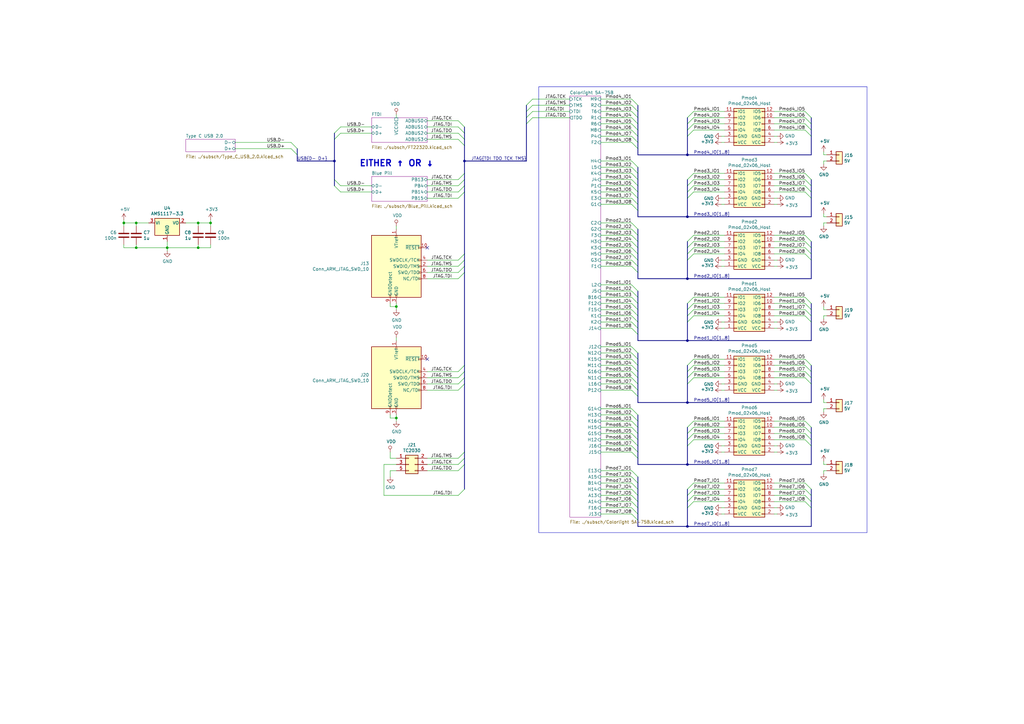
<source format=kicad_sch>
(kicad_sch (version 20220104) (generator eeschema)
  (paper "A3")
  (title_block (title "Chubby Hat") (date "2020-08-29") (rev "v0.1") (comment 1 "https://github.com/cyber-murmel/chubby-hat"))
  (junction (at 281.94 114.3))
  (junction (at 162.56 125.73))
  (junction (at 281.94 139.7))
  (junction (at 162.56 171.45))
  (junction (at 55.88 101.6))
  (junction (at 81.28 91.44))
  (junction (at 68.58 101.6))
  (junction (at 281.94 88.9))
  (junction (at 86.36 91.44))
  (junction (at 281.94 63.5))
  (junction (at 281.94 215.9))
  (junction (at 81.28 101.6))
  (junction (at 50.8 91.44))
  (junction (at 281.94 190.5))
  (junction (at 281.94 165.1))
  (junction (at 55.88 91.44))
  (junction (at 137.16 66.04))
  (junction (at 190.5 66.04))
  (no_connect (at 175.26 147.32))
  (no_connect (at 175.26 101.6))
  (bus_entry (at 259.08 106.68) (size 2.54 2.54) (stroke (width 0.1524)))
  (bus_entry (at 330.2 121.92) (size 2.54 2.54) (stroke (width 0.1524)))
  (bus_entry (at 259.08 144.78) (size 2.54 2.54) (stroke (width 0.1524)))
  (bus_entry (at 139.7 52.07) (size -2.54 2.54) (stroke (width 0.1524)))
  (bus_entry (at 284.48 78.74) (size -2.54 2.54) (stroke (width 0.1524)))
  (bus_entry (at 284.48 205.74) (size -2.54 2.54) (stroke (width 0.1524)))
  (bus_entry (at 259.08 93.98) (size 2.54 2.54) (stroke (width 0.1524)))
  (bus_entry (at 121.92 63.5) (size -2.54 -2.54) (stroke (width 0.1524)))
  (bus_entry (at 330.2 152.4) (size 2.54 2.54) (stroke (width 0.1524)))
  (bus_entry (at 215.9 43.18) (size 2.54 -2.54) (stroke (width 0.1524)))
  (bus_entry (at 284.48 99.06) (size -2.54 2.54) (stroke (width 0.1524)))
  (bus_entry (at 259.08 185.42) (size 2.54 2.54) (stroke (width 0.1524)))
  (bus_entry (at 284.48 121.92) (size -2.54 2.54) (stroke (width 0.1524)))
  (bus_entry (at 330.2 200.66) (size 2.54 2.54) (stroke (width 0.1524)))
  (bus_entry (at 330.2 99.06) (size 2.54 2.54) (stroke (width 0.1524)))
  (bus_entry (at 187.96 152.4) (size 2.54 -2.54) (stroke (width 0.1524)))
  (bus_entry (at 259.08 180.34) (size 2.54 2.54) (stroke (width 0.1524)))
  (bus_entry (at 187.96 160.02) (size 2.54 -2.54) (stroke (width 0.1524)))
  (bus_entry (at 259.08 152.4) (size 2.54 2.54) (stroke (width 0.1524)))
  (bus_entry (at 261.62 53.34) (size -2.54 -2.54) (stroke (width 0.1524)))
  (bus_entry (at 284.48 96.52) (size -2.54 2.54) (stroke (width 0.1524)))
  (bus_entry (at 259.08 104.14) (size 2.54 2.54) (stroke (width 0.1524)))
  (bus_entry (at 259.08 157.48) (size 2.54 2.54) (stroke (width 0.1524)))
  (bus_entry (at 261.62 50.8) (size -2.54 -2.54) (stroke (width 0.1524)))
  (bus_entry (at 187.96 49.53) (size 2.54 2.54) (stroke (width 0.1524)))
  (bus_entry (at 187.96 76.2) (size 2.54 -2.54) (stroke (width 0.1524)))
  (bus_entry (at 259.08 78.74) (size 2.54 2.54) (stroke (width 0.1524)))
  (bus_entry (at 259.08 132.08) (size 2.54 2.54) (stroke (width 0.1524)))
  (bus_entry (at 259.08 68.58) (size 2.54 2.54) (stroke (width 0.1524)))
  (bus_entry (at 284.48 101.6) (size -2.54 2.54) (stroke (width 0.1524)))
  (bus_entry (at 259.08 154.94) (size 2.54 2.54) (stroke (width 0.1524)))
  (bus_entry (at 187.96 187.96) (size 2.54 -2.54) (stroke (width 0.1524)))
  (bus_entry (at 137.16 73.66) (size 2.54 2.54) (stroke (width 0.1524)))
  (bus_entry (at 259.08 160.02) (size 2.54 2.54) (stroke (width 0.1524)))
  (bus_entry (at 259.08 195.58) (size 2.54 2.54) (stroke (width 0.1524)))
  (bus_entry (at 281.94 48.26) (size 2.54 -2.54) (stroke (width 0.1524)))
  (bus_entry (at 187.96 154.94) (size 2.54 -2.54) (stroke (width 0.1524)))
  (bus_entry (at 259.08 175.26) (size 2.54 2.54) (stroke (width 0.1524)))
  (bus_entry (at 259.08 200.66) (size 2.54 2.54) (stroke (width 0.1524)))
  (bus_entry (at 330.2 71.12) (size 2.54 2.54) (stroke (width 0.1524)))
  (bus_entry (at 259.08 96.52) (size 2.54 2.54) (stroke (width 0.1524)))
  (bus_entry (at 187.96 54.61) (size 2.54 2.54) (stroke (width 0.1524)))
  (bus_entry (at 330.2 104.14) (size 2.54 2.54) (stroke (width 0.1524)))
  (bus_entry (at 284.48 203.2) (size -2.54 2.54) (stroke (width 0.1524)))
  (bus_entry (at 259.08 83.82) (size 2.54 2.54) (stroke (width 0.1524)))
  (bus_entry (at 330.2 76.2) (size 2.54 2.54) (stroke (width 0.1524)))
  (bus_entry (at 259.08 129.54) (size 2.54 2.54) (stroke (width 0.1524)))
  (bus_entry (at 284.48 73.66) (size -2.54 2.54) (stroke (width 0.1524)))
  (bus_entry (at 259.08 124.46) (size 2.54 2.54) (stroke (width 0.1524)))
  (bus_entry (at 259.08 66.04) (size 2.54 2.54) (stroke (width 0.1524)))
  (bus_entry (at 259.08 170.18) (size 2.54 2.54) (stroke (width 0.1524)))
  (bus_entry (at 330.2 177.8) (size 2.54 2.54) (stroke (width 0.1524)))
  (bus_entry (at 259.08 76.2) (size 2.54 2.54) (stroke (width 0.1524)))
  (bus_entry (at 187.96 106.68) (size 2.54 -2.54) (stroke (width 0.1524)))
  (bus_entry (at 284.48 149.86) (size -2.54 2.54) (stroke (width 0.1524)))
  (bus_entry (at 259.08 149.86) (size 2.54 2.54) (stroke (width 0.1524)))
  (bus_entry (at 187.96 81.28) (size 2.54 -2.54) (stroke (width 0.1524)))
  (bus_entry (at 284.48 175.26) (size -2.54 2.54) (stroke (width 0.1524)))
  (bus_entry (at 284.48 180.34) (size -2.54 2.54) (stroke (width 0.1524)))
  (bus_entry (at 330.2 147.32) (size 2.54 2.54) (stroke (width 0.1524)))
  (bus_entry (at 284.48 200.66) (size -2.54 2.54) (stroke (width 0.1524)))
  (bus_entry (at 259.08 167.64) (size 2.54 2.54) (stroke (width 0.1524)))
  (bus_entry (at 330.2 198.12) (size 2.54 2.54) (stroke (width 0.1524)))
  (bus_entry (at 332.74 48.26) (size -2.54 -2.54) (stroke (width 0.1524)))
  (bus_entry (at 187.96 114.3) (size 2.54 -2.54) (stroke (width 0.1524)))
  (bus_entry (at 259.08 81.28) (size 2.54 2.54) (stroke (width 0.1524)))
  (bus_entry (at 259.08 182.88) (size 2.54 2.54) (stroke (width 0.1524)))
  (bus_entry (at 330.2 127) (size 2.54 2.54) (stroke (width 0.1524)))
  (bus_entry (at 187.96 109.22) (size 2.54 -2.54) (stroke (width 0.1524)))
  (bus_entry (at 259.08 198.12) (size 2.54 2.54) (stroke (width 0.1524)))
  (bus_entry (at 259.08 91.44) (size 2.54 2.54) (stroke (width 0.1524)))
  (bus_entry (at 215.9 45.72) (size 2.54 -2.54) (stroke (width 0.1524)))
  (bus_entry (at 284.48 127) (size -2.54 2.54) (stroke (width 0.1524)))
  (bus_entry (at 259.08 73.66) (size 2.54 2.54) (stroke (width 0.1524)))
  (bus_entry (at 330.2 96.52) (size 2.54 2.54) (stroke (width 0.1524)))
  (bus_entry (at 330.2 129.54) (size 2.54 2.54) (stroke (width 0.1524)))
  (bus_entry (at 261.62 60.96) (size -2.54 -2.54) (stroke (width 0.1524)))
  (bus_entry (at 259.08 172.72) (size 2.54 2.54) (stroke (width 0.1524)))
  (bus_entry (at 284.48 76.2) (size -2.54 2.54) (stroke (width 0.1524)))
  (bus_entry (at 259.08 134.62) (size 2.54 2.54) (stroke (width 0.1524)))
  (bus_entry (at 259.08 193.04) (size 2.54 2.54) (stroke (width 0.1524)))
  (bus_entry (at 284.48 172.72) (size -2.54 2.54) (stroke (width 0.1524)))
  (bus_entry (at 187.96 111.76) (size 2.54 -2.54) (stroke (width 0.1524)))
  (bus_entry (at 187.96 203.2) (size 2.54 -2.54) (stroke (width 0.1524)))
  (bus_entry (at 187.96 52.07) (size 2.54 2.54) (stroke (width 0.1524)))
  (bus_entry (at 330.2 154.94) (size 2.54 2.54) (stroke (width 0.1524)))
  (bus_entry (at 187.96 193.04) (size 2.54 -2.54) (stroke (width 0.1524)))
  (bus_entry (at 259.08 116.84) (size 2.54 2.54) (stroke (width 0.1524)))
  (bus_entry (at 187.96 73.66) (size 2.54 -2.54) (stroke (width 0.1524)))
  (bus_entry (at 259.08 121.92) (size 2.54 2.54) (stroke (width 0.1524)))
  (bus_entry (at 284.48 154.94) (size -2.54 2.54) (stroke (width 0.1524)))
  (bus_entry (at 281.94 55.88) (size 2.54 -2.54) (stroke (width 0.1524)))
  (bus_entry (at 332.74 55.88) (size -2.54 -2.54) (stroke (width 0.1524)))
  (bus_entry (at 139.7 54.61) (size -2.54 2.54) (stroke (width 0.1524)))
  (bus_entry (at 284.48 104.14) (size -2.54 2.54) (stroke (width 0.1524)))
  (bus_entry (at 259.08 177.8) (size 2.54 2.54) (stroke (width 0.1524)))
  (bus_entry (at 330.2 101.6) (size 2.54 2.54) (stroke (width 0.1524)))
  (bus_entry (at 187.96 57.15) (size 2.54 2.54) (stroke (width 0.1524)))
  (bus_entry (at 330.2 149.86) (size 2.54 2.54) (stroke (width 0.1524)))
  (bus_entry (at 261.62 43.18) (size -2.54 -2.54) (stroke (width 0.1524)))
  (bus_entry (at 330.2 172.72) (size 2.54 2.54) (stroke (width 0.1524)))
  (bus_entry (at 259.08 71.12) (size 2.54 2.54) (stroke (width 0.1524)))
  (bus_entry (at 330.2 180.34) (size 2.54 2.54) (stroke (width 0.1524)))
  (bus_entry (at 259.08 127) (size 2.54 2.54) (stroke (width 0.1524)))
  (bus_entry (at 284.48 152.4) (size -2.54 2.54) (stroke (width 0.1524)))
  (bus_entry (at 259.08 205.74) (size 2.54 2.54) (stroke (width 0.1524)))
  (bus_entry (at 259.08 142.24) (size 2.54 2.54) (stroke (width 0.1524)))
  (bus_entry (at 187.96 190.5) (size 2.54 -2.54) (stroke (width 0.1524)))
  (bus_entry (at 215.9 50.8) (size 2.54 -2.54) (stroke (width 0.1524)))
  (bus_entry (at 259.08 119.38) (size 2.54 2.54) (stroke (width 0.1524)))
  (bus_entry (at 187.96 157.48) (size 2.54 -2.54) (stroke (width 0.1524)))
  (bus_entry (at 259.08 147.32) (size 2.54 2.54) (stroke (width 0.1524)))
  (bus_entry (at 261.62 58.42) (size -2.54 -2.54) (stroke (width 0.1524)))
  (bus_entry (at 284.48 147.32) (size -2.54 2.54) (stroke (width 0.1524)))
  (bus_entry (at 261.62 45.72) (size -2.54 -2.54) (stroke (width 0.1524)))
  (bus_entry (at 330.2 78.74) (size 2.54 2.54) (stroke (width 0.1524)))
  (bus_entry (at 261.62 48.26) (size -2.54 -2.54) (stroke (width 0.1524)))
  (bus_entry (at 281.94 53.34) (size 2.54 -2.54) (stroke (width 0.1524)))
  (bus_entry (at 330.2 124.46) (size 2.54 2.54) (stroke (width 0.1524)))
  (bus_entry (at 259.08 99.06) (size 2.54 2.54) (stroke (width 0.1524)))
  (bus_entry (at 332.74 53.34) (size -2.54 -2.54) (stroke (width 0.1524)))
  (bus_entry (at 284.48 71.12) (size -2.54 2.54) (stroke (width 0.1524)))
  (bus_entry (at 284.48 177.8) (size -2.54 2.54) (stroke (width 0.1524)))
  (bus_entry (at 215.9 48.26) (size 2.54 -2.54) (stroke (width 0.1524)))
  (bus_entry (at 261.62 55.88) (size -2.54 -2.54) (stroke (width 0.1524)))
  (bus_entry (at 137.16 76.2) (size 2.54 2.54) (stroke (width 0.1524)))
  (bus_entry (at 259.08 210.82) (size 2.54 2.54) (stroke (width 0.1524)))
  (bus_entry (at 330.2 203.2) (size 2.54 2.54) (stroke (width 0.1524)))
  (bus_entry (at 284.48 198.12) (size -2.54 2.54) (stroke (width 0.1524)))
  (bus_entry (at 284.48 129.54) (size -2.54 2.54) (stroke (width 0.1524)))
  (bus_entry (at 259.08 203.2) (size 2.54 2.54) (stroke (width 0.1524)))
  (bus_entry (at 281.94 50.8) (size 2.54 -2.54) (stroke (width 0.1524)))
  (bus_entry (at 330.2 205.74) (size 2.54 2.54) (stroke (width 0.1524)))
  (bus_entry (at 332.74 50.8) (size -2.54 -2.54) (stroke (width 0.1524)))
  (bus_entry (at 187.96 78.74) (size 2.54 -2.54) (stroke (width 0.1524)))
  (bus_entry (at 259.08 208.28) (size 2.54 2.54) (stroke (width 0.1524)))
  (bus_entry (at 330.2 73.66) (size 2.54 2.54) (stroke (width 0.1524)))
  (bus_entry (at 259.08 109.22) (size 2.54 2.54) (stroke (width 0.1524)))
  (bus_entry (at 259.08 101.6) (size 2.54 2.54) (stroke (width 0.1524)))
  (bus_entry (at 330.2 175.26) (size 2.54 2.54) (stroke (width 0.1524)))
  (bus_entry (at 121.92 60.96) (size -2.54 -2.54) (stroke (width 0.1524)))
  (bus_entry (at 284.48 124.46) (size -2.54 2.54) (stroke (width 0.1524)))
  (wire (pts (xy 297.18 129.54) (xy 284.48 129.54)))
  (bus (pts (xy 261.62 210.82) (xy 261.62 213.36)))
  (bus (pts (xy 261.62 83.82) (xy 261.62 86.36)))
  (bus (pts (xy 261.62 205.74) (xy 261.62 208.28)))
  (bus (pts (xy 137.16 54.61) (xy 137.16 57.15)))
  (wire (pts (xy 246.38 167.64) (xy 259.08 167.64)))
  (wire (pts (xy 157.48 190.5) (xy 162.56 190.5)))
  (wire (pts (xy 317.5 180.34) (xy 330.2 180.34)))
  (bus (pts (xy 261.62 185.42) (xy 261.62 187.96)))
  (bus (pts (xy 332.74 101.6) (xy 332.74 104.14)))
  (wire (pts (xy 246.38 157.48) (xy 259.08 157.48)))
  (wire (pts (xy 317.5 45.72) (xy 330.2 45.72)))
  (wire (pts (xy 297.18 50.8) (xy 284.48 50.8)))
  (bus (pts (xy 332.74 200.66) (xy 332.74 203.2)))
  (bus (pts (xy 190.5 149.86) (xy 190.5 152.4)))
  (wire (pts (xy 160.02 193.04) (xy 162.56 193.04)))
  (wire (pts (xy 162.56 171.45) (xy 162.56 170.18)))
  (wire (pts (xy 317.5 203.2) (xy 330.2 203.2)))
  (bus (pts (xy 121.92 66.04) (xy 137.16 66.04)))
  (wire (pts (xy 317.5 132.08) (xy 318.77 132.08)))
  (wire (pts (xy 246.38 109.22) (xy 259.08 109.22)))
  (wire (pts (xy 160.02 170.18) (xy 160.02 171.45)))
  (wire (pts (xy 246.38 104.14) (xy 259.08 104.14)))
  (wire (pts (xy 317.5 81.28) (xy 318.77 81.28)))
  (wire (pts (xy 337.82 63.5) (xy 339.09 63.5)))
  (wire (pts (xy 317.5 200.66) (xy 330.2 200.66)))
  (wire (pts (xy 175.26 157.48) (xy 187.96 157.48)))
  (wire (pts (xy 317.5 109.22) (xy 318.77 109.22)))
  (bus (pts (xy 281.94 101.6) (xy 281.94 104.14)))
  (bus (pts (xy 332.74 203.2) (xy 332.74 205.74)))
  (bus (pts (xy 281.94 124.46) (xy 281.94 127)))
  (bus (pts (xy 261.62 101.6) (xy 261.62 104.14)))
  (bus (pts (xy 261.62 165.1) (xy 281.94 165.1)))
  (wire (pts (xy 68.58 101.6) (xy 68.58 102.87)))
  (bus (pts (xy 281.94 76.2) (xy 281.94 78.74)))
  (wire (pts (xy 160.02 171.45) (xy 162.56 171.45)))
  (bus (pts (xy 261.62 68.58) (xy 261.62 71.12)))
  (wire (pts (xy 246.38 40.64) (xy 259.08 40.64)))
  (bus (pts (xy 332.74 48.26) (xy 332.74 50.8)))
  (wire (pts (xy 246.38 149.86) (xy 259.08 149.86)))
  (wire (pts (xy 50.8 91.44) (xy 55.88 91.44)))
  (wire (pts (xy 317.5 78.74) (xy 330.2 78.74)))
  (bus (pts (xy 332.74 175.26) (xy 332.74 177.8)))
  (wire (pts (xy 317.5 106.68) (xy 318.77 106.68)))
  (wire (pts (xy 68.58 101.6) (xy 81.28 101.6)))
  (wire (pts (xy 337.82 66.04) (xy 337.82 67.31)))
  (wire (pts (xy 175.26 57.15) (xy 187.96 57.15)))
  (bus (pts (xy 281.94 152.4) (xy 281.94 154.94)))
  (wire (pts (xy 317.5 152.4) (xy 330.2 152.4)))
  (bus (pts (xy 261.62 60.96) (xy 261.62 63.5)))
  (wire (pts (xy 246.38 68.58) (xy 259.08 68.58)))
  (wire (pts (xy 295.91 132.08) (xy 297.18 132.08)))
  (wire (pts (xy 76.2 91.44) (xy 81.28 91.44)))
  (bus (pts (xy 281.94 48.26) (xy 281.94 50.8)))
  (wire (pts (xy 337.82 125.73) (xy 337.82 127)))
  (wire (pts (xy 246.38 203.2) (xy 259.08 203.2)))
  (wire (pts (xy 295.91 81.28) (xy 297.18 81.28)))
  (wire (pts (xy 157.48 203.2) (xy 187.96 203.2)))
  (bus (pts (xy 332.74 129.54) (xy 332.74 132.08)))
  (bus (pts (xy 261.62 172.72) (xy 261.62 175.26)))
  (bus (pts (xy 281.94 177.8) (xy 281.94 180.34)))
  (bus (pts (xy 261.62 121.92) (xy 261.62 124.46)))
  (wire (pts (xy 297.18 200.66) (xy 284.48 200.66)))
  (wire (pts (xy 246.38 180.34) (xy 259.08 180.34)))
  (bus (pts (xy 190.5 73.66) (xy 190.5 76.2)))
  (wire (pts (xy 86.36 101.6) (xy 86.36 100.33)))
  (wire (pts (xy 246.38 78.74) (xy 259.08 78.74)))
  (bus (pts (xy 332.74 127) (xy 332.74 129.54)))
  (wire (pts (xy 297.18 53.34) (xy 284.48 53.34)))
  (bus (pts (xy 261.62 152.4) (xy 261.62 154.94)))
  (wire (pts (xy 246.38 116.84) (xy 259.08 116.84)))
  (wire (pts (xy 246.38 93.98) (xy 259.08 93.98)))
  (wire (pts (xy 160.02 185.42) (xy 160.02 187.96)))
  (wire (pts (xy 295.91 58.42) (xy 297.18 58.42)))
  (wire (pts (xy 50.8 100.33) (xy 50.8 101.6)))
  (wire (pts (xy 297.18 149.86) (xy 284.48 149.86)))
  (wire (pts (xy 246.38 147.32) (xy 259.08 147.32)))
  (wire (pts (xy 246.38 142.24) (xy 259.08 142.24)))
  (wire (pts (xy 317.5 121.92) (xy 330.2 121.92)))
  (wire (pts (xy 175.26 49.53) (xy 187.96 49.53)))
  (bus (pts (xy 190.5 52.07) (xy 190.5 54.61)))
  (wire (pts (xy 337.82 189.23) (xy 337.82 190.5)))
  (wire (pts (xy 218.44 40.64) (xy 233.68 40.64)))
  (bus (pts (xy 190.5 157.48) (xy 190.5 185.42)))
  (wire (pts (xy 337.82 193.04) (xy 337.82 194.31)))
  (wire (pts (xy 139.7 54.61) (xy 152.4 54.61)))
  (wire (pts (xy 297.18 124.46) (xy 284.48 124.46)))
  (wire (pts (xy 246.38 101.6) (xy 259.08 101.6)))
  (bus (pts (xy 261.62 99.06) (xy 261.62 101.6)))
  (bus (pts (xy 261.62 73.66) (xy 261.62 76.2)))
  (wire (pts (xy 175.26 78.74) (xy 187.96 78.74)))
  (bus (pts (xy 281.94 175.26) (xy 281.94 177.8)))
  (bus (pts (xy 281.94 106.68) (xy 281.94 114.3)))
  (wire (pts (xy 246.38 91.44) (xy 259.08 91.44)))
  (bus (pts (xy 281.94 55.88) (xy 281.94 63.5)))
  (wire (pts (xy 246.38 210.82) (xy 259.08 210.82)))
  (wire (pts (xy 317.5 198.12) (xy 330.2 198.12)))
  (bus (pts (xy 261.62 180.34) (xy 261.62 182.88)))
  (wire (pts (xy 175.26 76.2) (xy 187.96 76.2)))
  (polyline (pts (xy 220.98 35.56) (xy 220.98 218.44)) (stroke (width 0.152) (type solid)))
  (bus (pts (xy 332.74 149.86) (xy 332.74 152.4)))
  (wire (pts (xy 246.38 152.4) (xy 259.08 152.4)))
  (wire (pts (xy 160.02 193.04) (xy 160.02 195.58)))
  (bus (pts (xy 281.94 99.06) (xy 281.94 101.6)))
  (bus (pts (xy 281.94 114.3) (xy 261.62 114.3)))
  (wire (pts (xy 317.5 147.32) (xy 330.2 147.32)))
  (bus (pts (xy 261.62 71.12) (xy 261.62 73.66)))
  (wire (pts (xy 337.82 66.04) (xy 339.09 66.04)))
  (bus (pts (xy 281.94 63.5) (xy 261.62 63.5)))
  (bus (pts (xy 281.94 88.9) (xy 332.74 88.9)))
  (bus (pts (xy 281.94 215.9) (xy 261.62 215.9)))
  (wire (pts (xy 297.18 48.26) (xy 284.48 48.26)))
  (bus (pts (xy 261.62 55.88) (xy 261.62 58.42)))
  (wire (pts (xy 297.18 71.12) (xy 284.48 71.12)))
  (wire (pts (xy 295.91 83.82) (xy 297.18 83.82)))
  (wire (pts (xy 50.8 92.71) (xy 50.8 91.44)))
  (bus (pts (xy 137.16 57.15) (xy 137.16 66.04)))
  (bus (pts (xy 261.62 198.12) (xy 261.62 200.66)))
  (wire (pts (xy 295.91 134.62) (xy 297.18 134.62)))
  (bus (pts (xy 281.94 81.28) (xy 281.94 88.9)))
  (wire (pts (xy 246.38 172.72) (xy 259.08 172.72)))
  (wire (pts (xy 86.36 90.17) (xy 86.36 91.44)))
  (wire (pts (xy 295.91 106.68) (xy 297.18 106.68)))
  (wire (pts (xy 295.91 182.88) (xy 297.18 182.88)))
  (wire (pts (xy 295.91 208.28) (xy 297.18 208.28)))
  (bus (pts (xy 190.5 111.76) (xy 190.5 149.86)))
  (wire (pts (xy 175.26 193.04) (xy 187.96 193.04)))
  (wire (pts (xy 55.88 91.44) (xy 60.96 91.44)))
  (wire (pts (xy 86.36 91.44) (xy 86.36 92.71)))
  (wire (pts (xy 246.38 96.52) (xy 259.08 96.52)))
  (wire (pts (xy 246.38 193.04) (xy 259.08 193.04)))
  (wire (pts (xy 317.5 76.2) (xy 330.2 76.2)))
  (wire (pts (xy 297.18 175.26) (xy 284.48 175.26)))
  (bus (pts (xy 281.94 63.5) (xy 332.74 63.5)))
  (bus (pts (xy 261.62 119.38) (xy 261.62 121.92)))
  (bus (pts (xy 261.62 106.68) (xy 261.62 109.22)))
  (wire (pts (xy 162.56 125.73) (xy 162.56 124.46)))
  (bus (pts (xy 121.92 63.5) (xy 121.92 66.04)))
  (wire (pts (xy 175.26 73.66) (xy 187.96 73.66)))
  (wire (pts (xy 175.26 111.76) (xy 187.96 111.76)))
  (wire (pts (xy 246.38 208.28) (xy 259.08 208.28)))
  (wire (pts (xy 139.7 76.2) (xy 152.4 76.2)))
  (wire (pts (xy 162.56 92.71) (xy 162.56 93.98)))
  (wire (pts (xy 175.26 187.96) (xy 187.96 187.96)))
  (bus (pts (xy 261.62 129.54) (xy 261.62 132.08)))
  (wire (pts (xy 297.18 45.72) (xy 284.48 45.72)))
  (wire (pts (xy 317.5 134.62) (xy 318.77 134.62)))
  (bus (pts (xy 332.74 55.88) (xy 332.74 63.5)))
  (wire (pts (xy 297.18 198.12) (xy 284.48 198.12)))
  (wire (pts (xy 50.8 101.6) (xy 55.88 101.6)))
  (wire (pts (xy 96.52 58.42) (xy 119.38 58.42)))
  (wire (pts (xy 317.5 55.88) (xy 318.77 55.88)))
  (bus (pts (xy 215.9 43.18) (xy 215.9 45.72)))
  (wire (pts (xy 246.38 205.74) (xy 259.08 205.74)))
  (bus (pts (xy 281.94 127) (xy 281.94 129.54)))
  (wire (pts (xy 55.88 101.6) (xy 68.58 101.6)))
  (bus (pts (xy 215.9 48.26) (xy 215.9 50.8)))
  (bus (pts (xy 190.5 106.68) (xy 190.5 109.22)))
  (bus (pts (xy 281.94 132.08) (xy 281.94 139.7)))
  (wire (pts (xy 246.38 83.82) (xy 259.08 83.82)))
  (wire (pts (xy 317.5 154.94) (xy 330.2 154.94)))
  (bus (pts (xy 261.62 93.98) (xy 261.62 96.52)))
  (wire (pts (xy 297.18 154.94) (xy 284.48 154.94)))
  (bus (pts (xy 190.5 154.94) (xy 190.5 157.48)))
  (bus (pts (xy 261.62 162.56) (xy 261.62 165.1)))
  (wire (pts (xy 246.38 185.42) (xy 259.08 185.42)))
  (bus (pts (xy 261.62 86.36) (xy 261.62 88.9)))
  (wire (pts (xy 337.82 91.44) (xy 337.82 92.71)))
  (bus (pts (xy 261.62 58.42) (xy 261.62 60.96)))
  (bus (pts (xy 261.62 170.18) (xy 261.62 172.72)))
  (polyline (pts (xy 355.6 218.44) (xy 355.6 35.56)) (stroke (width 0.152) (type solid)))
  (wire (pts (xy 317.5 160.02) (xy 318.77 160.02)))
  (wire (pts (xy 246.38 66.04) (xy 259.08 66.04)))
  (bus (pts (xy 261.62 182.88) (xy 261.62 185.42)))
  (wire (pts (xy 297.18 172.72) (xy 284.48 172.72)))
  (wire (pts (xy 246.38 170.18) (xy 259.08 170.18)))
  (bus (pts (xy 281.94 157.48) (xy 281.94 165.1)))
  (wire (pts (xy 317.5 101.6) (xy 330.2 101.6)))
  (bus (pts (xy 190.5 59.69) (xy 190.5 66.04)))
  (wire (pts (xy 81.28 101.6) (xy 81.28 100.33)))
  (wire (pts (xy 246.38 71.12) (xy 259.08 71.12)))
  (wire (pts (xy 175.26 114.3) (xy 187.96 114.3)))
  (wire (pts (xy 175.26 154.94) (xy 187.96 154.94)))
  (wire (pts (xy 175.26 106.68) (xy 187.96 106.68)))
  (wire (pts (xy 246.38 43.18) (xy 259.08 43.18)))
  (wire (pts (xy 317.5 208.28) (xy 318.77 208.28)))
  (bus (pts (xy 190.5 76.2) (xy 190.5 78.74)))
  (wire (pts (xy 246.38 198.12) (xy 259.08 198.12)))
  (wire (pts (xy 246.38 48.26) (xy 259.08 48.26)))
  (bus (pts (xy 137.16 73.66) (xy 137.16 76.2)))
  (wire (pts (xy 160.02 187.96) (xy 162.56 187.96)))
  (wire (pts (xy 81.28 101.6) (xy 86.36 101.6)))
  (wire (pts (xy 337.82 193.04) (xy 339.09 193.04)))
  (wire (pts (xy 162.56 171.45) (xy 162.56 172.72)))
  (wire (pts (xy 297.18 121.92) (xy 284.48 121.92)))
  (wire (pts (xy 337.82 165.1) (xy 339.09 165.1)))
  (wire (pts (xy 337.82 129.54) (xy 339.09 129.54)))
  (wire (pts (xy 246.38 175.26) (xy 259.08 175.26)))
  (wire (pts (xy 297.18 76.2) (xy 284.48 76.2)))
  (bus (pts (xy 261.62 208.28) (xy 261.62 210.82)))
  (wire (pts (xy 246.38 144.78) (xy 259.08 144.78)))
  (wire (pts (xy 317.5 124.46) (xy 330.2 124.46)))
  (wire (pts (xy 246.38 81.28) (xy 259.08 81.28)))
  (wire (pts (xy 139.7 78.74) (xy 152.4 78.74)))
  (bus (pts (xy 261.62 50.8) (xy 261.62 53.34)))
  (bus (pts (xy 261.62 175.26) (xy 261.62 177.8)))
  (bus (pts (xy 281.94 200.66) (xy 281.94 203.2)))
  (bus (pts (xy 261.62 45.72) (xy 261.62 48.26)))
  (bus (pts (xy 261.62 48.26) (xy 261.62 50.8)))
  (bus (pts (xy 281.94 180.34) (xy 281.94 182.88)))
  (bus (pts (xy 281.94 88.9) (xy 261.62 88.9)))
  (wire (pts (xy 246.38 76.2) (xy 259.08 76.2)))
  (wire (pts (xy 297.18 127) (xy 284.48 127)))
  (wire (pts (xy 295.91 185.42) (xy 297.18 185.42)))
  (bus (pts (xy 261.62 53.34) (xy 261.62 55.88)))
  (wire (pts (xy 246.38 160.02) (xy 259.08 160.02)))
  (wire (pts (xy 317.5 50.8) (xy 330.2 50.8)))
  (bus (pts (xy 332.74 73.66) (xy 332.74 76.2)))
  (bus (pts (xy 281.94 154.94) (xy 281.94 157.48)))
  (wire (pts (xy 175.26 109.22) (xy 187.96 109.22)))
  (wire (pts (xy 162.56 46.99) (xy 162.56 48.26)))
  (bus (pts (xy 281.94 129.54) (xy 281.94 132.08)))
  (wire (pts (xy 317.5 83.82) (xy 318.77 83.82)))
  (bus (pts (xy 190.5 185.42) (xy 190.5 187.96)))
  (bus (pts (xy 261.62 81.28) (xy 261.62 83.82)))
  (bus (pts (xy 281.94 208.28) (xy 281.94 215.9)))
  (wire (pts (xy 218.44 45.72) (xy 233.68 45.72)))
  (bus (pts (xy 261.62 149.86) (xy 261.62 152.4)))
  (bus (pts (xy 215.9 50.8) (xy 215.9 66.04)))
  (bus (pts (xy 281.94 182.88) (xy 281.94 190.5)))
  (wire (pts (xy 81.28 91.44) (xy 86.36 91.44)))
  (wire (pts (xy 297.18 73.66) (xy 284.48 73.66)))
  (bus (pts (xy 261.62 127) (xy 261.62 129.54)))
  (bus (pts (xy 281.94 50.8) (xy 281.94 53.34)))
  (wire (pts (xy 337.82 91.44) (xy 339.09 91.44)))
  (wire (pts (xy 162.56 138.43) (xy 162.56 139.7)))
  (bus (pts (xy 281.94 165.1) (xy 332.74 165.1)))
  (wire (pts (xy 297.18 203.2) (xy 284.48 203.2)))
  (wire (pts (xy 295.91 157.48) (xy 297.18 157.48)))
  (bus (pts (xy 332.74 182.88) (xy 332.74 190.5)))
  (bus (pts (xy 281.94 205.74) (xy 281.94 208.28)))
  (wire (pts (xy 246.38 200.66) (xy 259.08 200.66)))
  (wire (pts (xy 317.5 73.66) (xy 330.2 73.66)))
  (bus (pts (xy 261.62 154.94) (xy 261.62 157.48)))
  (wire (pts (xy 246.38 177.8) (xy 259.08 177.8)))
  (wire (pts (xy 246.38 55.88) (xy 259.08 55.88)))
  (wire (pts (xy 297.18 205.74) (xy 284.48 205.74)))
  (wire (pts (xy 337.82 167.64) (xy 337.82 168.91)))
  (wire (pts (xy 175.26 152.4) (xy 187.96 152.4)))
  (wire (pts (xy 246.38 58.42) (xy 259.08 58.42)))
  (bus (pts (xy 281.94 78.74) (xy 281.94 81.28)))
  (wire (pts (xy 160.02 124.46) (xy 160.02 125.73)))
  (bus (pts (xy 190.5 66.04) (xy 215.9 66.04)))
  (bus (pts (xy 190.5 104.14) (xy 190.5 106.68)))
  (bus (pts (xy 332.74 124.46) (xy 332.74 127)))
  (bus (pts (xy 261.62 139.7) (xy 281.94 139.7)))
  (bus (pts (xy 281.94 139.7) (xy 332.74 139.7)))
  (bus (pts (xy 332.74 180.34) (xy 332.74 182.88)))
  (wire (pts (xy 246.38 106.68) (xy 259.08 106.68)))
  (bus (pts (xy 281.94 104.14) (xy 281.94 106.68)))
  (wire (pts (xy 297.18 78.74) (xy 284.48 78.74)))
  (wire (pts (xy 317.5 157.48) (xy 318.77 157.48)))
  (wire (pts (xy 96.52 60.96) (xy 119.38 60.96)))
  (wire (pts (xy 337.82 87.63) (xy 337.82 88.9)))
  (bus (pts (xy 281.94 53.34) (xy 281.94 55.88)))
  (bus (pts (xy 261.62 111.76) (xy 261.62 114.3)))
  (wire (pts (xy 317.5 53.34) (xy 330.2 53.34)))
  (bus (pts (xy 261.62 147.32) (xy 261.62 149.86)))
  (bus (pts (xy 261.62 137.16) (xy 261.62 139.7)))
  (bus (pts (xy 332.74 53.34) (xy 332.74 55.88)))
  (wire (pts (xy 297.18 180.34) (xy 284.48 180.34)))
  (wire (pts (xy 317.5 177.8) (xy 330.2 177.8)))
  (wire (pts (xy 317.5 185.42) (xy 318.77 185.42)))
  (bus (pts (xy 261.62 134.62) (xy 261.62 137.16)))
  (wire (pts (xy 337.82 190.5) (xy 339.09 190.5)))
  (bus (pts (xy 190.5 152.4) (xy 190.5 154.94)))
  (bus (pts (xy 261.62 200.66) (xy 261.62 203.2)))
  (bus (pts (xy 332.74 76.2) (xy 332.74 78.74)))
  (wire (pts (xy 55.88 100.33) (xy 55.88 101.6)))
  (wire (pts (xy 246.38 134.62) (xy 259.08 134.62)))
  (wire (pts (xy 246.38 132.08) (xy 259.08 132.08)))
  (bus (pts (xy 261.62 187.96) (xy 261.62 190.5)))
  (wire (pts (xy 317.5 182.88) (xy 318.77 182.88)))
  (wire (pts (xy 218.44 43.18) (xy 233.68 43.18)))
  (wire (pts (xy 295.91 55.88) (xy 297.18 55.88)))
  (bus (pts (xy 261.62 104.14) (xy 261.62 106.68)))
  (wire (pts (xy 297.18 101.6) (xy 284.48 101.6)))
  (wire (pts (xy 246.38 182.88) (xy 259.08 182.88)))
  (wire (pts (xy 297.18 104.14) (xy 284.48 104.14)))
  (bus (pts (xy 332.74 104.14) (xy 332.74 106.68)))
  (bus (pts (xy 190.5 57.15) (xy 190.5 59.69)))
  (bus (pts (xy 332.74 154.94) (xy 332.74 157.48)))
  (wire (pts (xy 175.26 190.5) (xy 187.96 190.5)))
  (wire (pts (xy 317.5 172.72) (xy 330.2 172.72)))
  (bus (pts (xy 190.5 66.04) (xy 190.5 71.12)))
  (wire (pts (xy 81.28 91.44) (xy 81.28 92.71)))
  (wire (pts (xy 175.26 160.02) (xy 187.96 160.02)))
  (bus (pts (xy 261.62 195.58) (xy 261.62 198.12)))
  (bus (pts (xy 281.94 149.86) (xy 281.94 152.4)))
  (bus (pts (xy 332.74 81.28) (xy 332.74 88.9)))
  (bus (pts (xy 332.74 205.74) (xy 332.74 208.28)))
  (wire (pts (xy 246.38 127) (xy 259.08 127)))
  (bus (pts (xy 332.74 106.68) (xy 332.74 114.3)))
  (bus (pts (xy 261.62 203.2) (xy 261.62 205.74)))
  (wire (pts (xy 162.56 125.73) (xy 162.56 127)))
  (wire (pts (xy 337.82 88.9) (xy 339.09 88.9)))
  (wire (pts (xy 246.38 154.94) (xy 259.08 154.94)))
  (wire (pts (xy 55.88 91.44) (xy 55.88 92.71)))
  (wire (pts (xy 295.91 109.22) (xy 297.18 109.22)))
  (bus (pts (xy 261.62 160.02) (xy 261.62 162.56)))
  (bus (pts (xy 281.94 114.3) (xy 332.74 114.3)))
  (bus (pts (xy 332.74 78.74) (xy 332.74 81.28)))
  (wire (pts (xy 297.18 147.32) (xy 284.48 147.32)))
  (wire (pts (xy 139.7 52.07) (xy 152.4 52.07)))
  (bus (pts (xy 190.5 71.12) (xy 190.5 73.66)))
  (wire (pts (xy 246.38 121.92) (xy 259.08 121.92)))
  (bus (pts (xy 332.74 50.8) (xy 332.74 53.34)))
  (wire (pts (xy 175.26 52.07) (xy 187.96 52.07)))
  (wire (pts (xy 246.38 119.38) (xy 259.08 119.38)))
  (wire (pts (xy 337.82 129.54) (xy 337.82 130.81)))
  (wire (pts (xy 337.82 62.23) (xy 337.82 63.5)))
  (wire (pts (xy 295.91 210.82) (xy 297.18 210.82)))
  (bus (pts (xy 261.62 76.2) (xy 261.62 78.74)))
  (bus (pts (xy 332.74 208.28) (xy 332.74 215.9)))
  (wire (pts (xy 246.38 124.46) (xy 259.08 124.46)))
  (bus (pts (xy 261.62 43.18) (xy 261.62 45.72)))
  (wire (pts (xy 246.38 73.66) (xy 259.08 73.66)))
  (bus (pts (xy 332.74 157.48) (xy 332.74 165.1)))
  (bus (pts (xy 261.62 132.08) (xy 261.62 134.62)))
  (bus (pts (xy 332.74 177.8) (xy 332.74 180.34)))
  (wire (pts (xy 246.38 53.34) (xy 259.08 53.34)))
  (bus (pts (xy 137.16 66.04) (xy 137.16 73.66)))
  (wire (pts (xy 317.5 48.26) (xy 330.2 48.26)))
  (bus (pts (xy 261.62 96.52) (xy 261.62 99.06)))
  (wire (pts (xy 317.5 205.74) (xy 330.2 205.74)))
  (wire (pts (xy 246.38 50.8) (xy 259.08 50.8)))
  (polyline (pts (xy 220.98 35.56) (xy 355.6 35.56)) (stroke (width 0.152) (type solid)))
  (wire (pts (xy 337.82 163.83) (xy 337.82 165.1)))
  (bus (pts (xy 121.92 60.96) (xy 121.92 63.5)))
  (wire (pts (xy 295.91 160.02) (xy 297.18 160.02)))
  (wire (pts (xy 218.44 48.26) (xy 233.68 48.26)))
  (wire (pts (xy 68.58 99.06) (xy 68.58 101.6)))
  (wire (pts (xy 157.48 190.5) (xy 157.48 203.2)))
  (wire (pts (xy 317.5 58.42) (xy 318.77 58.42)))
  (wire (pts (xy 317.5 96.52) (xy 330.2 96.52)))
  (polyline (pts (xy 220.98 218.44) (xy 355.6 218.44)) (stroke (width 0.152) (type solid)))
  (wire (pts (xy 317.5 99.06) (xy 330.2 99.06)))
  (wire (pts (xy 317.5 149.86) (xy 330.2 149.86)))
  (wire (pts (xy 297.18 177.8) (xy 284.48 177.8)))
  (bus (pts (xy 261.62 124.46) (xy 261.62 127)))
  (wire (pts (xy 246.38 45.72) (xy 259.08 45.72)))
  (wire (pts (xy 317.5 104.14) (xy 330.2 104.14)))
  (bus (pts (xy 281.94 73.66) (xy 281.94 76.2)))
  (wire (pts (xy 317.5 210.82) (xy 318.77 210.82)))
  (bus (pts (xy 261.62 144.78) (xy 261.62 147.32)))
  (bus (pts (xy 332.74 152.4) (xy 332.74 154.94)))
  (bus (pts (xy 281.94 215.9) (xy 332.74 215.9)))
  (wire (pts (xy 297.18 152.4) (xy 284.48 152.4)))
  (bus (pts (xy 190.5 190.5) (xy 190.5 200.66)))
  (bus (pts (xy 332.74 132.08) (xy 332.74 139.7)))
  (wire (pts (xy 246.38 129.54) (xy 259.08 129.54)))
  (wire (pts (xy 246.38 195.58) (xy 259.08 195.58)))
  (bus (pts (xy 261.62 213.36) (xy 261.62 215.9)))
  (wire (pts (xy 175.26 54.61) (xy 187.96 54.61)))
  (bus (pts (xy 215.9 45.72) (xy 215.9 48.26)))
  (wire (pts (xy 297.18 96.52) (xy 284.48 96.52)))
  (wire (pts (xy 317.5 127) (xy 330.2 127)))
  (bus (pts (xy 281.94 190.5) (xy 261.62 190.5)))
  (bus (pts (xy 190.5 187.96) (xy 190.5 190.5)))
  (wire (pts (xy 50.8 90.17) (xy 50.8 91.44)))
  (bus (pts (xy 190.5 54.61) (xy 190.5 57.15)))
  (wire (pts (xy 160.02 125.73) (xy 162.56 125.73)))
  (wire (pts (xy 297.18 99.06) (xy 284.48 99.06)))
  (wire (pts (xy 175.26 81.28) (xy 187.96 81.28)))
  (bus (pts (xy 190.5 109.22) (xy 190.5 111.76)))
  (wire (pts (xy 317.5 129.54) (xy 330.2 129.54)))
  (wire (pts (xy 317.5 175.26) (xy 330.2 175.26)))
  (bus (pts (xy 190.5 78.74) (xy 190.5 104.14)))
  (wire (pts (xy 337.82 167.64) (xy 339.09 167.64)))
  (wire (pts (xy 317.5 71.12) (xy 330.2 71.12)))
  (bus (pts (xy 261.62 109.22) (xy 261.62 111.76)))
  (bus (pts (xy 281.94 203.2) (xy 281.94 205.74)))
  (bus (pts (xy 332.74 99.06) (xy 332.74 101.6)))
  (bus (pts (xy 261.62 78.74) (xy 261.62 81.28)))
  (bus (pts (xy 261.62 177.8) (xy 261.62 180.34)))
  (bus (pts (xy 261.62 157.48) (xy 261.62 160.02)))
  (bus (pts (xy 281.94 190.5) (xy 332.74 190.5)))
  (wire (pts (xy 246.38 99.06) (xy 259.08 99.06)))
  (wire (pts (xy 337.82 127) (xy 339.09 127)))
  (text "EITHER ↑ OR ↓" (at 147.32 68.58 0) (effects (font (size 2.54 2.54) (thickness 0.508) bold) (justify left bottom)))
  (label "Pmod1_IO4" (at 284.48 129.54 0))
  (label "Pmod5_IO7" (at 259.08 157.48 180))
  (label "Pmod1_IO1" (at 284.48 121.92 0))
  (label "Pmod2_IO5" (at 259.08 101.6 180))
  (label "Pmod7_IO[1..8]" (at 284.48 215.9 0))
  (label "Pmod5_IO4" (at 284.48 154.94 0))
  (label "JTAG{TDI TDO TCK TMS}" (at 215.9 66.04 180))
  (label "Pmod4_IO5" (at 330.2 45.72 180))
  (label "Pmod6_IO[1..8]" (at 284.48 190.5 0))
  (label "USB.D+" (at 142.24 54.61 0))
  (label "Pmod7_IO1" (at 259.08 193.04 180))
  (label "Pmod6_IO6" (at 330.2 175.26 180))
  (label "Pmod1_IO2" (at 284.48 124.46 0))
  (label "Pmod3_IO2" (at 259.08 68.58 180))
  (label "USB.D-" (at 116.84 58.42 180))
  (label "Pmod7_IO6" (at 259.08 205.74 180))
  (label "Pmod5_IO3" (at 259.08 147.32 180))
  (label "Pmod5_IO3" (at 284.48 152.4 0))
  (label "Pmod2_IO4" (at 284.48 104.14 0))
  (label "USB.D+" (at 142.24 78.74 0))
  (label "Pmod2_IO2" (at 259.08 93.98 180))
  (label "Pmod3_IO5" (at 330.2 71.12 180))
  (label "Pmod5_IO1" (at 259.08 142.24 180))
  (label "Pmod7_IO4" (at 259.08 200.66 180))
  (label "Pmod4_IO3" (at 259.08 45.72 180))
  (label "Pmod1_IO3" (at 259.08 121.92 180))
  (label "JTAG.TMS" (at 185.42 109.22 180))
  (label "Pmod7_IO2" (at 284.48 200.66 0))
  (label "Pmod2_IO4" (at 259.08 99.06 180))
  (label "Pmod4_IO[1..8]" (at 284.48 63.5 0))
  (label "JTAG.TDO" (at 185.42 54.61 180))
  (label "Pmod6_IO3" (at 284.48 177.8 0))
  (label "Pmod4_IO2" (at 259.08 43.18 180))
  (label "Pmod1_IO7" (at 259.08 132.08 180))
  (label "JTAG.TDO" (at 185.42 193.04 180))
  (label "Pmod1_IO6" (at 259.08 129.54 180))
  (label "Pmod2_IO3" (at 284.48 101.6 0))
  (label "Pmod3_IO7" (at 259.08 81.28 180))
  (label "JTAG.TDO" (at 185.42 111.76 180))
  (label "Pmod6_IO8" (at 259.08 185.42 180))
  (label "JTAG.TCK" (at 185.42 106.68 180))
  (label "Pmod5_IO6" (at 330.2 149.86 180))
  (label "USB.D-" (at 142.24 52.07 0))
  (label "Pmod3_IO4" (at 284.48 78.74 0))
  (label "Pmod2_IO8" (at 259.08 109.22 180))
  (label "Pmod6_IO4" (at 259.08 175.26 180))
  (label "Pmod1_IO7" (at 330.2 127 180))
  (label "Pmod1_IO2" (at 259.08 119.38 180))
  (label "Pmod3_IO3" (at 259.08 71.12 180))
  (label "Pmod1_IO[1..8]" (at 284.48 139.7 0))
  (label "JTAG.TMS" (at 185.42 76.2 180))
  (label "Pmod6_IO5" (at 259.08 177.8 180))
  (label "Pmod4_IO7" (at 330.2 50.8 180))
  (label "Pmod2_IO6" (at 330.2 99.06 180))
  (label "Pmod6_IO5" (at 330.2 172.72 180))
  (label "Pmod3_IO[1..8]" (at 284.48 88.9 0))
  (label "Pmod6_IO4" (at 284.48 180.34 0))
  (label "Pmod5_IO[1..8]" (at 284.48 165.1 0))
  (label "Pmod3_IO2" (at 284.48 73.66 0))
  (label "Pmod1_IO5" (at 330.2 121.92 180))
  (label "Pmod7_IO5" (at 330.2 198.12 180))
  (label "Pmod3_IO6" (at 259.08 78.74 180))
  (label "JTAG.TDI" (at 185.42 160.02 180))
  (label "Pmod5_IO6" (at 259.08 154.94 180))
  (label "Pmod3_IO8" (at 259.08 83.82 180))
  (label "Pmod5_IO1" (at 284.48 147.32 0))
  (label "Pmod7_IO7" (at 259.08 208.28 180))
  (label "Pmod6_IO2" (at 259.08 170.18 180))
  (label "USB.D+" (at 116.84 60.96 180))
  (label "Pmod1_IO6" (at 330.2 124.46 180))
  (label "Pmod4_IO6" (at 330.2 48.26 180))
  (label "Pmod5_IO8" (at 259.08 160.02 180))
  (label "Pmod7_IO3" (at 259.08 198.12 180))
  (label "Pmod5_IO4" (at 259.08 149.86 180))
  (label "JTAG.TDI" (at 185.42 114.3 180))
  (label "Pmod6_IO8" (at 330.2 180.34 180))
  (label "Pmod1_IO8" (at 330.2 129.54 180))
  (label "JTAG.TCK" (at 185.42 49.53 180))
  (label "Pmod4_IO8" (at 259.08 58.42 180))
  (label "Pmod5_IO2" (at 284.48 149.86 0))
  (label "Pmod6_IO7" (at 259.08 182.88 180))
  (label "Pmod5_IO5" (at 330.2 147.32 180))
  (label "JTAG.TCK" (at 185.42 152.4 180))
  (label "JTAG.TDI" (at 185.42 81.28 180))
  (label "Pmod3_IO1" (at 284.48 71.12 0))
  (label "JTAG.TMS" (at 185.42 154.94 180))
  (label "Pmod5_IO7" (at 330.2 152.4 180))
  (label "Pmod2_IO[1..8]" (at 284.48 114.3 0))
  (label "Pmod4_IO1" (at 284.48 45.72 0))
  (label "Pmod1_IO8" (at 259.08 134.62 180))
  (label "JTAG.TDI" (at 185.42 52.07 180))
  (label "USB{D- D+}" (at 121.92 66.04 0))
  (label "Pmod3_IO4" (at 259.08 73.66 180))
  (label "Pmod3_IO3" (at 284.48 76.2 0))
  (label "JTAG.TMS" (at 185.42 57.15 180))
  (label "Pmod5_IO8" (at 330.2 154.94 180))
  (label "Pmod3_IO8" (at 330.2 78.74 180))
  (label "Pmod7_IO2" (at 259.08 195.58 180))
  (label "Pmod7_IO4" (at 284.48 205.74 0))
  (label "JTAG.TDI" (at 185.42 203.2 180))
  (label "Pmod6_IO7" (at 330.2 177.8 180))
  (label "Pmod7_IO8" (at 259.08 210.82 180))
  (label "Pmod1_IO3" (at 284.48 127 0))
  (label "Pmod4_IO2" (at 284.48 48.26 0))
  (label "JTAG.TMS" (at 185.42 187.96 180))
  (label "Pmod2_IO8" (at 330.2 104.14 180))
  (label "Pmod2_IO7" (at 330.2 101.6 180))
  (label "Pmod7_IO3" (at 284.48 203.2 0))
  (label "Pmod7_IO5" (at 259.08 203.2 180))
  (label "Pmod6_IO6" (at 259.08 180.34 180))
  (label "Pmod2_IO7" (at 259.08 106.68 180))
  (label "JTAG.TCK" (at 223.52 40.64 0))
  (label "Pmod2_IO1" (at 284.48 96.52 0))
  (label "Pmod1_IO4" (at 259.08 124.46 180))
  (label "Pmod3_IO5" (at 259.08 76.2 180))
  (label "Pmod4_IO8" (at 330.2 53.34 180))
  (label "Pmod7_IO8" (at 330.2 205.74 180))
  (label "JTAG.TDO" (at 185.42 78.74 180))
  (label "Pmod2_IO6" (at 259.08 104.14 180))
  (label "Pmod2_IO3" (at 259.08 96.52 180))
  (label "Pmod4_IO5" (at 259.08 50.8 180))
  (label "JTAG.TCK" (at 185.42 190.5 180))
  (label "Pmod2_IO5" (at 330.2 96.52 180))
  (label "Pmod4_IO4" (at 284.48 53.34 0))
  (label "Pmod6_IO2" (at 284.48 175.26 0))
  (label "Pmod7_IO7" (at 330.2 203.2 180))
  (label "Pmod4_IO3" (at 284.48 50.8 0))
  (label "JTAG.TDO" (at 223.52 48.26 0))
  (label "Pmod4_IO6" (at 259.08 53.34 180))
  (label "Pmod2_IO2" (at 284.48 99.06 0))
  (label "Pmod3_IO7" (at 330.2 76.2 180))
  (label "JTAG.TCK" (at 185.42 73.66 180))
  (label "Pmod6_IO1" (at 284.48 172.72 0))
  (label "JTAG.TDO" (at 185.42 157.48 180))
  (label "Pmod1_IO1" (at 259.08 116.84 180))
  (label "Pmod3_IO1" (at 259.08 66.04 180))
  (label "JTAG.TMS" (at 223.52 43.18 0))
  (label "Pmod4_IO1" (at 259.08 40.64 180))
  (label "Pmod2_IO1" (at 259.08 91.44 180))
  (label "Pmod6_IO3" (at 259.08 172.72 180))
  (label "Pmod5_IO5" (at 259.08 152.4 180))
  (label "Pmod3_IO6" (at 330.2 73.66 180))
  (label "Pmod6_IO1" (at 259.08 167.64 180))
  (label "Pmod7_IO1" (at 284.48 198.12 0))
  (label "Pmod1_IO5" (at 259.08 127 180))
  (label "JTAG.TDI" (at 223.52 45.72 0))
  (label "Pmod5_IO2" (at 259.08 144.78 180))
  (label "USB.D-" (at 142.24 76.2 0))
  (label "Pmod4_IO4" (at 259.08 48.26 180))
  (label "Pmod4_IO7" (at 259.08 55.88 180))
  (label "Pmod7_IO6" (at 330.2 200.66 180))
  (symbol (lib_id "Regulator_Linear:AMS1117-3.3") (at 68.58 91.44 0) (unit 1)
    (property "Reference" "U4" (at 68.58 85.3248 0))
    (property "Value" "AMS1117-3.3" (at 68.58 87.6235 0))
    (property "Footprint" "Package_TO_SOT_SMD:SOT-223-3_TabPin2" (effects hide))
    (property "Datasheet" "http://www.advanced-monolithic.com/pdf/ds1117.pdf" (effects hide))
  )
  (symbol (lib_id "Connector:Pmod_02x06_Host") (at 307.34 152.4 0) (unit 1)
    (property "Reference" "Pmod5" (at 307.34 141.738 0))
    (property "Value" "Pmod_02x06_Host" (at 307.34 144.0369 0))
    (property "Footprint" "Connector_PinSocket_2.54mm:PinSocket_2x06_P2.54mm_Horizontal" (effects hide))
  )
  (symbol (lib_id "power:+5V") (at 50.8 90.17 0) (unit 1)
    (property "Reference" "#PWR0172" (effects hide))
    (property "Value" "+5V" (at 51.1683 85.8456 0))
  )
  (symbol (lib_id "power:GND") (at 337.82 92.71 0) (unit 1)
    (property "Reference" "#PWR0117" (effects hide))
    (property "Value" "GND" (at 337.9343 97.0344 0))
  )
  (symbol (lib_id "Connector_Generic:Conn_01x02") (at 344.17 127 0) (unit 1)
    (property "Reference" "J19" (at 346.2021 127.1714 0) (effects (justify left)))
    (property "Value" "5V" (at 346.202 129.47 0) (effects (justify left)))
    (property "Footprint" "Connector_PinSocket_2.54mm:PinSocket_1x02_P2.54mm_Vertical" (effects hide))
  )
  (symbol (lib_id "power:GND") (at 160.02 195.58 0) (unit 1)
    (property "Reference" "#PWR0156" (effects hide))
    (property "Value" "GND" (at 160.1343 199.9044 0))
  )
  (symbol (lib_id "power:GND") (at 162.56 127 0) (unit 1)
    (property "Reference" "#PWR0167" (effects hide))
    (property "Value" "GND" (at 162.6743 131.3244 0))
  )
  (symbol (lib_id "power:VDD") (at 160.02 185.42 0) (unit 1)
    (property "Reference" "#PWR0155" (effects hide))
    (property "Value" "VDD" (at 160.4518 181.0956 0))
  )
  (symbol (lib_id "Device:C") (at 81.28 96.52 0) (mirror x) (unit 1)
    (property "Reference" "C8" (at 78.3589 95.3706 0) (effects (justify right)))
    (property "Value" "1u" (at 78.359 97.669 0) (effects (justify right)))
    (property "Footprint" "Capacitor_SMD:C_0603_1608Metric_Icon" (effects hide))
  )
  (symbol (lib_id "Device:C") (at 55.88 96.52 180) (unit 1)
    (property "Reference" "C7" (at 58.8011 95.3706 0) (effects (justify right)))
    (property "Value" "1u" (at 58.801 97.669 0) (effects (justify right)))
    (property "Footprint" "Capacitor_SMD:C_0603_1608Metric_Icon" (effects hide))
  )
  (symbol (lib_id "power:GND") (at 318.77 81.28 90) (unit 1)
    (property "Reference" "#PWR0132" (effects hide))
    (property "Value" "GND" (at 321.9451 81.1657 90) (effects (justify right)))
  )
  (symbol (lib_id "power:GND") (at 68.58 102.87 0) (unit 1)
    (property "Reference" "#PWR0170" (effects hide))
    (property "Value" "GND" (at 68.6943 107.1944 0))
  )
  (symbol (lib_id "Connector_Generic:Conn_01x02") (at 344.17 88.9 0) (unit 1)
    (property "Reference" "J15" (at 346.2021 89.0714 0) (effects (justify left)))
    (property "Value" "5V" (at 346.202 91.37 0) (effects (justify left)))
    (property "Footprint" "Connector_PinSocket_2.54mm:PinSocket_1x02_P2.54mm_Vertical" (effects hide))
  )
  (symbol (lib_id "power:GND") (at 337.82 194.31 0) (unit 1)
    (property "Reference" "#PWR0194" (effects hide))
    (property "Value" "GND" (at 337.9343 198.6344 0))
  )
  (symbol (lib_id "power:GND") (at 318.77 157.48 90) (unit 1)
    (property "Reference" "#PWR0138" (effects hide))
    (property "Value" "GND" (at 321.9451 157.3657 90) (effects (justify right)))
  )
  (symbol (lib_id "Device:C") (at 86.36 96.52 0) (mirror x) (unit 1)
    (property "Reference" "C9" (at 89.2811 95.3706 0) (effects (justify left)))
    (property "Value" "100n" (at 89.2811 97.6693 0) (effects (justify left)))
    (property "Footprint" "Capacitor_SMD:C_0603_1608Metric_Icon" (effects hide))
  )
  (symbol (lib_id "power:GND") (at 337.82 168.91 0) (unit 1)
    (property "Reference" "#PWR0196" (effects hide))
    (property "Value" "GND" (at 337.9343 173.2344 0))
  )
  (symbol (lib_id "power:GND") (at 295.91 81.28 270) (unit 1)
    (property "Reference" "#PWR0134" (effects hide))
    (property "Value" "GND" (at 292.735 81.3943 90) (effects (justify right)))
  )
  (symbol (lib_id "power:+5V") (at 337.82 163.83 0) (unit 1)
    (property "Reference" "#PWR0197" (effects hide))
    (property "Value" "+5V" (at 338.1883 159.5056 0))
  )
  (symbol (lib_id "Connector:Conn_ARM_JTAG_SWD_10") (at 162.56 109.22 0) (unit 1)
    (property "Reference" "J13" (at 151.3839 108.0706 0) (effects (justify right)))
    (property "Value" "Conn_ARM_JTAG_SWD_10" (at 151.3839 110.3693 0) (effects (justify right)))
    (property "Footprint" "Connector_IDC:IDC-Header_2x05_P2.54mm_Vertical" (effects hide))
    (property "Datasheet" "http://infocenter.arm.com/help/topic/com.arm.doc.ddi0314h/DDI0314H_coresight_components_trm.pdf" (effects hide))
  )
  (symbol (lib_id "power:+3.3V") (at 295.91 109.22 90) (unit 1)
    (property "Reference" "#PWR0128" (effects hide))
    (property "Value" "+3.3V" (at 292.735 108.8517 90) (effects (justify left)))
  )
  (symbol (lib_id "power:+3.3V") (at 318.77 83.82 270) (unit 1)
    (property "Reference" "#PWR0133" (effects hide))
    (property "Value" "+3.3V" (at 321.9451 84.1883 90) (effects (justify left)))
  )
  (symbol (lib_id "power:GND") (at 295.91 157.48 270) (unit 1)
    (property "Reference" "#PWR0136" (effects hide))
    (property "Value" "GND" (at 292.7349 157.5943 90) (effects (justify right)))
  )
  (symbol (lib_id "power:+3.3V") (at 318.77 58.42 270) (unit 1)
    (property "Reference" "#PWR0146" (effects hide))
    (property "Value" "+3.3V" (at 321.9451 58.7883 90) (effects (justify left)))
  )
  (symbol (lib_id "power:+3.3V") (at 295.91 58.42 90) (unit 1)
    (property "Reference" "#PWR0145" (effects hide))
    (property "Value" "+3.3V" (at 292.735 58.0517 90) (effects (justify left)))
  )
  (symbol (lib_id "power:VDD") (at 162.56 138.43 0) (unit 1)
    (property "Reference" "#PWR0121" (effects hide))
    (property "Value" "VDD" (at 162.9918 134.1056 0))
  )
  (symbol (lib_id "power:GND") (at 318.77 208.28 90) (unit 1)
    (property "Reference" "#PWR0140" (effects hide))
    (property "Value" "GND" (at 321.9451 208.1657 90) (effects (justify right)))
  )
  (symbol (lib_id "power:GND") (at 295.91 55.88 270) (unit 1)
    (property "Reference" "#PWR0144" (effects hide))
    (property "Value" "GND" (at 292.7349 55.9943 90) (effects (justify right)))
  )
  (symbol (lib_id "power:+3.3V") (at 295.91 134.62 90) (unit 1)
    (property "Reference" "#PWR0163" (effects hide))
    (property "Value" "+3.3V" (at 292.735 134.2517 90) (effects (justify left)))
  )
  (symbol (lib_id "power:GND") (at 318.77 106.68 90) (unit 1)
    (property "Reference" "#PWR0130" (effects hide))
    (property "Value" "GND" (at 321.9451 106.5657 90) (effects (justify right)))
  )
  (symbol (lib_id "power:GND") (at 295.91 208.28 270) (unit 1)
    (property "Reference" "#PWR0142" (effects hide))
    (property "Value" "GND" (at 292.7349 208.3943 90) (effects (justify right)))
  )
  (symbol (lib_id "power:+3.3V") (at 295.91 83.82 90) (unit 1)
    (property "Reference" "#PWR0135" (effects hide))
    (property "Value" "+3.3V" (at 292.7349 83.4517 90) (effects (justify left)))
  )
  (symbol (lib_id "power:GND") (at 337.82 67.31 0) (unit 1)
    (property "Reference" "#PWR0198" (effects hide))
    (property "Value" "GND" (at 337.9343 71.6344 0))
  )
  (symbol (lib_id "power:VDD") (at 162.56 92.71 0) (unit 1)
    (property "Reference" "#PWR0168" (effects hide))
    (property "Value" "VDD" (at 162.9918 88.3856 0))
  )
  (symbol (lib_id "power:+3.3V") (at 318.77 160.02 270) (unit 1)
    (property "Reference" "#PWR0137" (effects hide))
    (property "Value" "+3.3V" (at 321.9451 160.3883 90) (effects (justify left)))
  )
  (symbol (lib_id "power:+3.3V") (at 86.36 90.17 0) (unit 1)
    (property "Reference" "#PWR0171" (effects hide))
    (property "Value" "+3.3V" (at 86.7283 85.8456 0))
  )
  (symbol (lib_id "power:GND") (at 295.91 182.88 270) (unit 1)
    (property "Reference" "#PWR0124" (effects hide))
    (property "Value" "GND" (at 292.7349 182.9943 90) (effects (justify right)))
  )
  (symbol (lib_id "power:GND") (at 318.77 182.88 90) (unit 1)
    (property "Reference" "#PWR0125" (effects hide))
    (property "Value" "GND" (at 321.9451 182.7657 90) (effects (justify right)))
  )
  (symbol (lib_id "power:+3.3V") (at 318.77 210.82 270) (unit 1)
    (property "Reference" "#PWR0141" (effects hide))
    (property "Value" "+3.3V" (at 321.9451 211.1883 90) (effects (justify left)))
  )
  (symbol (lib_id "power:GND") (at 295.91 132.08 270) (unit 1)
    (property "Reference" "#PWR0164" (effects hide))
    (property "Value" "GND" (at 292.7349 132.1943 90) (effects (justify right)))
  )
  (symbol (lib_id "Connector:Pmod_02x06_Host") (at 307.34 203.2 0) (unit 1)
    (property "Reference" "Pmod7" (at 307.34 192.538 0))
    (property "Value" "Pmod_02x06_Host" (at 307.34 194.8369 0))
    (property "Footprint" "Connector_PinSocket_2.54mm:PinSocket_2x06_P2.54mm_Horizontal" (effects hide))
  )
  (symbol (lib_id "Device:C") (at 50.8 96.52 180) (unit 1)
    (property "Reference" "C6" (at 47.8789 95.3706 0) (effects (justify left)))
    (property "Value" "100n" (at 47.8789 97.6693 0) (effects (justify left)))
    (property "Footprint" "Capacitor_SMD:C_0603_1608Metric_Icon" (effects hide))
  )
  (symbol (lib_id "Connector:Pmod_02x06_Host") (at 307.34 50.8 0) (unit 1)
    (property "Reference" "Pmod4" (at 307.34 40.138 0))
    (property "Value" "Pmod_02x06_Host" (at 307.34 42.4369 0))
    (property "Footprint" "Connector_PinSocket_2.54mm:PinSocket_2x06_P2.54mm_Horizontal" (effects hide))
  )
  (symbol (lib_id "power:+3.3V") (at 318.77 134.62 270) (unit 1)
    (property "Reference" "#PWR0161" (effects hide))
    (property "Value" "+3.3V" (at 321.9451 134.9883 90) (effects (justify left)))
  )
  (symbol (lib_id "power:+3.3V") (at 318.77 185.42 270) (unit 1)
    (property "Reference" "#PWR0126" (effects hide))
    (property "Value" "+3.3V" (at 321.9451 185.7883 90) (effects (justify left)))
  )
  (symbol (lib_id "power:+3.3V") (at 295.91 160.02 90) (unit 1)
    (property "Reference" "#PWR0139" (effects hide))
    (property "Value" "+3.3V" (at 292.735 159.6517 90) (effects (justify left)))
  )
  (symbol (lib_id "power:+5V") (at 337.82 125.73 0) (unit 1)
    (property "Reference" "#PWR0201" (effects hide))
    (property "Value" "+5V" (at 338.1883 121.4056 0))
  )
  (symbol (lib_id "Connector:Pmod_02x06_Host") (at 307.34 76.2 0) (unit 1)
    (property "Reference" "Pmod3" (at 307.34 65.538 0))
    (property "Value" "Pmod_02x06_Host" (at 307.34 67.8369 0))
    (property "Footprint" "Connector_PinSocket_2.54mm:PinSocket_2x06_P2.54mm_Horizontal" (effects hide))
  )
  (symbol (lib_id "Connector_Generic:Conn_01x02") (at 344.17 165.1 0) (unit 1)
    (property "Reference" "J17" (at 346.2021 165.2714 0) (effects (justify left)))
    (property "Value" "5V" (at 346.202 167.57 0) (effects (justify left)))
    (property "Footprint" "Connector_PinSocket_2.54mm:PinSocket_1x02_P2.54mm_Vertical" (effects hide))
  )
  (symbol (lib_id "power:+5V") (at 337.82 62.23 0) (unit 1)
    (property "Reference" "#PWR0199" (effects hide))
    (property "Value" "+5V" (at 338.1883 57.9056 0))
  )
  (symbol (lib_id "power:+3.3V") (at 318.77 109.22 270) (unit 1)
    (property "Reference" "#PWR0129" (effects hide))
    (property "Value" "+3.3V" (at 321.9451 109.5883 90) (effects (justify left)))
  )
  (symbol (lib_id "Connector:Conn_ARM_JTAG_SWD_10") (at 162.56 154.94 0) (unit 1)
    (property "Reference" "J20" (at 151.3839 153.7906 0) (effects (justify right)))
    (property "Value" "Conn_ARM_JTAG_SWD_10" (at 151.3839 156.0893 0) (effects (justify right)))
    (property "Footprint" "Connector_PinHeader_1.27mm:PinHeader_2x05_P1.27mm_Vertical" (effects hide))
    (property "Datasheet" "http://infocenter.arm.com/help/topic/com.arm.doc.ddi0314h/DDI0314H_coresight_components_trm.pdf" (effects hide))
  )
  (symbol (lib_id "power:+5V") (at 337.82 189.23 0) (unit 1)
    (property "Reference" "#PWR0195" (effects hide))
    (property "Value" "+5V" (at 338.1883 184.9056 0))
  )
  (symbol (lib_id "power:GND") (at 318.77 132.08 90) (unit 1)
    (property "Reference" "#PWR0162" (effects hide))
    (property "Value" "GND" (at 321.9451 131.9657 90) (effects (justify right)))
  )
  (symbol (lib_id "Connector:Pmod_02x06_Host") (at 307.34 101.6 0) (unit 1)
    (property "Reference" "Pmod2" (at 307.34 90.938 0))
    (property "Value" "Pmod_02x06_Host" (at 307.34 93.2369 0))
    (property "Footprint" "Connector_PinSocket_2.54mm:PinSocket_2x06_P2.54mm_Horizontal" (effects hide))
  )
  (symbol (lib_id "Connector:Pmod_02x06_Host") (at 307.34 177.8 0) (unit 1)
    (property "Reference" "Pmod6" (at 307.34 167.138 0))
    (property "Value" "Pmod_02x06_Host" (at 307.34 169.4369 0))
    (property "Footprint" "Connector_PinSocket_2.54mm:PinSocket_2x06_P2.54mm_Horizontal" (effects hide))
  )
  (symbol (lib_id "power:GND") (at 295.91 106.68 270) (unit 1)
    (property "Reference" "#PWR0127" (effects hide))
    (property "Value" "GND" (at 292.7349 106.7943 90) (effects (justify right)))
  )
  (symbol (lib_id "power:+5V") (at 337.82 87.63 0) (unit 1)
    (property "Reference" "#PWR0118" (effects hide))
    (property "Value" "+5V" (at 338.1883 83.3056 0))
  )
  (symbol (lib_id "Connector_Generic:Conn_01x02") (at 344.17 190.5 0) (unit 1)
    (property "Reference" "J18" (at 346.2021 190.6714 0) (effects (justify left)))
    (property "Value" "5V" (at 346.202 192.97 0) (effects (justify left)))
    (property "Footprint" "Connector_PinSocket_2.54mm:PinSocket_1x02_P2.54mm_Vertical" (effects hide))
  )
  (symbol (lib_id "power:GND") (at 162.56 172.72 0) (unit 1)
    (property "Reference" "#PWR0154" (effects hide))
    (property "Value" "GND" (at 162.6743 177.0444 0))
  )
  (symbol (lib_id "Connector_Generic:Conn_02x03_Odd_Even") (at 167.64 190.5 0) (unit 1)
    (property "Reference" "J21" (at 168.91 182.4798 0))
    (property "Value" "TC2030" (at 168.91 184.778 0))
    (property "Footprint" "Connector:Tag-Connect_TC2030-IDC-FP_2x03_P1.27mm_Vertical" (effects hide))
  )
  (symbol (lib_id "power:VDD") (at 162.56 46.99 0) (mirror y) (unit 1)
    (property "Reference" "#PWR0119" (effects hide))
    (property "Value" "VDD" (at 162.1282 42.6656 0))
  )
  (symbol (lib_id "power:+3.3V") (at 295.91 185.42 90) (unit 1)
    (property "Reference" "#PWR0123" (effects hide))
    (property "Value" "+3.3V" (at 292.735 185.0517 90) (effects (justify left)))
  )
  (symbol (lib_id "Connector:Pmod_02x06_Host") (at 307.34 127 0) (unit 1)
    (property "Reference" "Pmod1" (at 307.34 116.338 0))
    (property "Value" "Pmod_02x06_Host" (at 307.34 118.6369 0))
    (property "Footprint" "Connector_PinSocket_2.54mm:PinSocket_2x06_P2.54mm_Horizontal" (effects hide))
  )
  (symbol (lib_id "power:+3.3V") (at 295.91 210.82 90) (unit 1)
    (property "Reference" "#PWR0143" (effects hide))
    (property "Value" "+3.3V" (at 292.735 210.4517 90) (effects (justify left)))
  )
  (symbol (lib_id "power:GND") (at 318.77 55.88 90) (unit 1)
    (property "Reference" "#PWR0131" (effects hide))
    (property "Value" "GND" (at 321.9451 55.7657 90) (effects (justify right)))
  )
  (symbol (lib_id "Connector_Generic:Conn_01x02") (at 344.17 63.5 0) (unit 1)
    (property "Reference" "J16" (at 346.2021 63.6714 0) (effects (justify left)))
    (property "Value" "5V" (at 346.202 65.97 0) (effects (justify left)))
    (property "Footprint" "Connector_PinSocket_2.54mm:PinSocket_1x02_P2.54mm_Vertical" (effects hide))
  )
  (symbol (lib_id "power:GND") (at 337.82 130.81 0) (unit 1)
    (property "Reference" "#PWR0200" (effects hide))
    (property "Value" "GND" (at 337.9343 135.1344 0))
  )
  (sheet (at 152.4 48.26) (size 22.86 10.16) (stroke (width 0.001) (color 132 0 132 1)) (fill (color 255 255 255 0.0000))
    (property "Sheetname" "FTDI" (at 152.4 47.6241 0) (effects (justify left bottom)))
    (property "Sheetfile" "./subsch/FT2232D.kicad_sch" (at 152.4 59.69 0) (effects (justify left top)))
    (pin "D+" bidirectional (at 152.4 54.61 180))
    (pin "D-" bidirectional (at 152.4 52.07 180))
    (pin "VCCIO" passive (at 162.56 48.26 90))
    (pin "ADBUS0" bidirectional (at 175.26 49.53 0))
    (pin "ADBUS1" bidirectional (at 175.26 52.07 0))
    (pin "ADBUS2" bidirectional (at 175.26 54.61 0))
    (pin "ADBUS3" bidirectional (at 175.26 57.15 0))
  )
  (sheet (at 152.4 72.39) (size 22.86 10.16) (stroke (width 0.001) (color 132 0 132 1)) (fill (color 255 255 255 0.0000))
    (property "Sheetname" "Blue Pill" (at 152.4 71.7541 0) (effects (justify left bottom)))
    (property "Sheetfile" "./subsch/Blue_Pill.kicad_sch" (at 152.4 83.82 0) (effects (justify left top)))
    (pin "D+" bidirectional (at 152.4 78.74 180))
    (pin "D-" bidirectional (at 152.4 76.2 180))
    (pin "PB13" bidirectional (at 175.26 73.66 0))
    (pin "PB14" bidirectional (at 175.26 78.74 0))
    (pin "PB15" bidirectional (at 175.26 81.28 0))
    (pin "PB4" bidirectional (at 175.26 76.2 0))
  )
  (sheet (at 76.2 57.15) (size 20.32 5.08) (stroke (width 0.001) (color 132 0 132 1)) (fill (color 255 255 255 0.0000))
    (property "Sheetname" "Type C USB 2.0" (at 76.2 56.5141 0) (effects (justify left bottom)))
    (property "Sheetfile" "./subsch/Type_C_USB_2.0.kicad_sch" (at 76.2 63.5 0) (effects (justify left top)))
    (pin "D-" bidirectional (at 96.52 58.42 0))
    (pin "D+" bidirectional (at 96.52 60.96 0))
  )
  (sheet (at 233.68 39.37) (size 12.7 172.72) (stroke (width 0.001) (color 132 0 132 1)) (fill (color 255 255 255 0.0000))
    (property "Sheetname" "Colorlight 5A-75B" (at 233.68 38.7341 0) (effects (justify left bottom)))
    (property "Sheetfile" "./subsch/Colorlight 5A-75B.kicad_sch" (at 233.68 213.36 0) (effects (justify left top)))
    (pin "P1" input (at 246.38 76.2 0))
    (pin "R1" input (at 246.38 48.26 0))
    (pin "F2" input (at 246.38 58.42 0))
    (pin "H4" input (at 246.38 66.04 0))
    (pin "L5" input (at 246.38 68.58 0))
    (pin "K5" input (at 246.38 78.74 0))
    (pin "H15" input (at 246.38 175.26 0))
    (pin "J15" input (at 246.38 185.42 0))
    (pin "J16" input (at 246.38 182.88 0))
    (pin "G16" input (at 246.38 152.4 0))
    (pin "J12" input (at 246.38 142.24 0))
    (pin "K16" input (at 246.38 172.72 0))
    (pin "P12" input (at 246.38 160.02 0))
    (pin "L16" input (at 246.38 157.48 0))
    (pin "M11" input (at 246.38 149.86 0))
    (pin "K15" input (at 246.38 147.32 0))
    (pin "T6" input (at 246.38 45.72 0))
    (pin "P4" input (at 246.38 55.88 0))
    (pin "N11" input (at 246.38 154.94 0))
    (pin "N12" input (at 246.38 144.78 0))
    (pin "R2" input (at 246.38 43.18 0))
    (pin "M8" input (at 246.38 53.34 0))
    (pin "R6" input (at 246.38 50.8 0))
    (pin "M9" input (at 246.38 40.64 0))
    (pin "G1" input (at 246.38 83.82 0))
    (pin "J4" input (at 246.38 73.66 0))
    (pin "K3" input (at 246.38 101.6 0))
    (pin "C2" input (at 246.38 91.44 0))
    (pin "H14" input (at 246.38 200.66 0))
    (pin "K4" input (at 246.38 71.12 0))
    (pin "E3" input (at 246.38 81.28 0))
    (pin "A13" input (at 246.38 203.2 0))
    (pin "A14" input (at 246.38 205.74 0))
    (pin "E13" input (at 246.38 193.04 0))
    (pin "G15" input (at 246.38 177.8 0))
    (pin "G14" input (at 246.38 167.64 0))
    (pin "H12" input (at 246.38 180.34 0))
    (pin "H13" input (at 246.38 170.18 0))
    (pin "J13" input (at 246.38 210.82 0))
    (pin "F1" input (at 246.38 109.22 0))
    (pin "A15" input (at 246.38 195.58 0))
    (pin "F16" input (at 246.38 208.28 0))
    (pin "B14" input (at 246.38 198.12 0))
    (pin "H3" input (at 246.38 99.06 0))
    (pin "K2" input (at 246.38 132.08 0))
    (pin "J14" input (at 246.38 134.62 0))
    (pin "K1" input (at 246.38 129.54 0))
    (pin "F15" input (at 246.38 127 0))
    (pin "G2" input (at 246.38 93.98 0))
    (pin "G3" input (at 246.38 106.68 0))
    (pin "J5" input (at 246.38 119.38 0))
    (pin "L2" input (at 246.38 116.84 0))
    (pin "F12" input (at 246.38 124.46 0))
    (pin "H5" input (at 246.38 104.14 0))
    (pin "B16" input (at 246.38 121.92 0))
    (pin "F3" input (at 246.38 96.52 0))
    (pin "TCK" input (at 233.68 40.64 180))
    (pin "TMS" input (at 233.68 43.18 180))
    (pin "TDI" input (at 233.68 45.72 180))
    (pin "TDO" output (at 233.68 48.26 180))
  )
)
</source>
